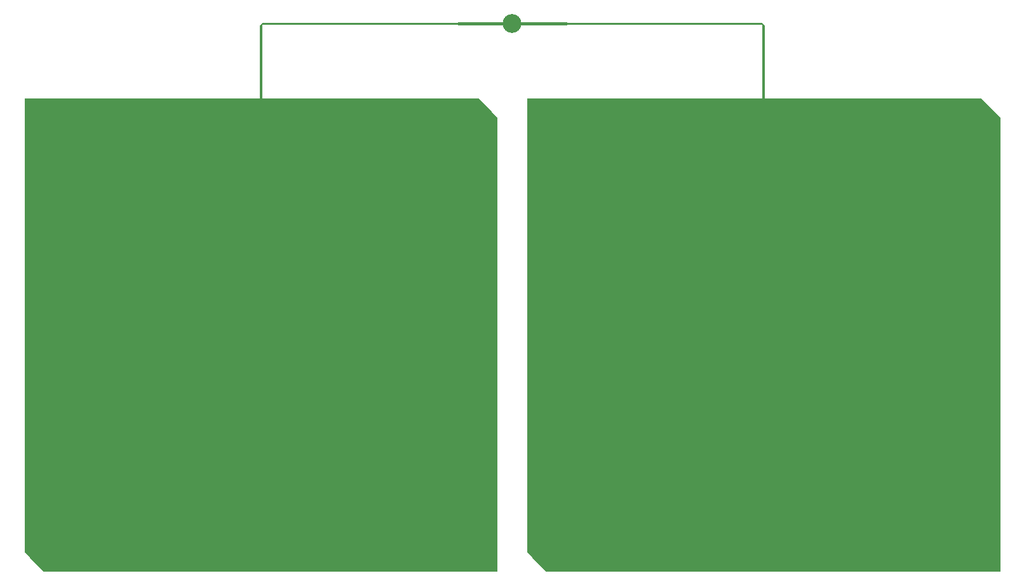
<source format=gtl>
G04 #@! TF.GenerationSoftware,KiCad,Pcbnew,no-vcs-found-7587~57~ubuntu14.04.1*
G04 #@! TF.CreationDate,2017-02-07T01:28:41+00:00*
G04 #@! TF.ProjectId,dart_gps,646172745F6770732E6B696361645F70,rev?*
G04 #@! TF.FileFunction,Copper,L1,Top,Signal*
G04 #@! TF.FilePolarity,Positive*
%FSLAX46Y46*%
G04 Gerber Fmt 4.6, Leading zero omitted, Abs format (unit mm)*
G04 Created by KiCad (PCBNEW no-vcs-found-7587~57~ubuntu14.04.1) date Tue Feb  7 01:28:41 2017*
%MOMM*%
%LPD*%
G01*
G04 APERTURE LIST*
%ADD10C,0.100000*%
%ADD11C,2.500000*%
%ADD12C,0.050000*%
G04 APERTURE END LIST*
D10*
D11*
X87000000Y-178000000D03*
D12*
G36*
X87475000Y-177776000D02*
X87475480Y-177780877D01*
X87476903Y-177785567D01*
X87479213Y-177789889D01*
X87482322Y-177793678D01*
X87486111Y-177796787D01*
X87490433Y-177799097D01*
X87495123Y-177800520D01*
X87500000Y-177801000D01*
X94235000Y-177801000D01*
X94235000Y-177862500D01*
X94235480Y-177867377D01*
X94236903Y-177872067D01*
X94239213Y-177876389D01*
X94242322Y-177880178D01*
X94246111Y-177883287D01*
X94250433Y-177885597D01*
X94255123Y-177887020D01*
X94260000Y-177887500D01*
X120262244Y-177887500D01*
X120612500Y-178237756D01*
X120612500Y-188000000D01*
X120612980Y-188004877D01*
X120614403Y-188009567D01*
X120616713Y-188013889D01*
X120619822Y-188017678D01*
X120623611Y-188020787D01*
X120627933Y-188023097D01*
X120632623Y-188024520D01*
X120637500Y-188025000D01*
X149489644Y-188025000D01*
X151975000Y-190510356D01*
X151975000Y-250975000D01*
X91510356Y-250975000D01*
X89025000Y-248489644D01*
X89025000Y-188025000D01*
X120362500Y-188025000D01*
X120367377Y-188024520D01*
X120372067Y-188023097D01*
X120376389Y-188020787D01*
X120380178Y-188017678D01*
X120383287Y-188013889D01*
X120385597Y-188009567D01*
X120387020Y-188004877D01*
X120387500Y-188000000D01*
X120387500Y-178137500D01*
X120387020Y-178132623D01*
X120385597Y-178127933D01*
X120383287Y-178123611D01*
X120380178Y-178119822D01*
X120376389Y-178116713D01*
X120372067Y-178114403D01*
X120367377Y-178112980D01*
X120362500Y-178112500D01*
X94260000Y-178112500D01*
X94255123Y-178112980D01*
X94250433Y-178114403D01*
X94246111Y-178116713D01*
X94242322Y-178119822D01*
X94239213Y-178123611D01*
X94236903Y-178127933D01*
X94235480Y-178132623D01*
X94235000Y-178137500D01*
X94235000Y-178199000D01*
X87500000Y-178199000D01*
X87495123Y-178199480D01*
X87490433Y-178200903D01*
X87486111Y-178203213D01*
X87482322Y-178206322D01*
X87479213Y-178210111D01*
X87476903Y-178214433D01*
X87475480Y-178219123D01*
X87475000Y-178224000D01*
X87475000Y-178475000D01*
X86525000Y-178475000D01*
X86525000Y-178224000D01*
X86524520Y-178219123D01*
X86523097Y-178214433D01*
X86520787Y-178210111D01*
X86517678Y-178206322D01*
X86513889Y-178203213D01*
X86509567Y-178200903D01*
X86504877Y-178199480D01*
X86500000Y-178199000D01*
X79765000Y-178199000D01*
X79765000Y-178137500D01*
X79764520Y-178132623D01*
X79763097Y-178127933D01*
X79760787Y-178123611D01*
X79757678Y-178119822D01*
X79753889Y-178116713D01*
X79749567Y-178114403D01*
X79744877Y-178112980D01*
X79740000Y-178112500D01*
X53637500Y-178112500D01*
X53632623Y-178112980D01*
X53627933Y-178114403D01*
X53623611Y-178116713D01*
X53619822Y-178119822D01*
X53616713Y-178123611D01*
X53614403Y-178127933D01*
X53612980Y-178132623D01*
X53612500Y-178137500D01*
X53612500Y-188000000D01*
X53612980Y-188004877D01*
X53614403Y-188009567D01*
X53616713Y-188013889D01*
X53619822Y-188017678D01*
X53623611Y-188020787D01*
X53627933Y-188023097D01*
X53632623Y-188024520D01*
X53637500Y-188025000D01*
X82489644Y-188025000D01*
X84975000Y-190510356D01*
X84975000Y-250975000D01*
X24510356Y-250975000D01*
X22025000Y-248489644D01*
X22025000Y-188025000D01*
X53362500Y-188025000D01*
X53367377Y-188024520D01*
X53372067Y-188023097D01*
X53376389Y-188020787D01*
X53380178Y-188017678D01*
X53383287Y-188013889D01*
X53385597Y-188009567D01*
X53387020Y-188004877D01*
X53387500Y-188000000D01*
X53387500Y-178237756D01*
X53737756Y-177887500D01*
X79740000Y-177887500D01*
X79744877Y-177887020D01*
X79749567Y-177885597D01*
X79753889Y-177883287D01*
X79757678Y-177880178D01*
X79760787Y-177876389D01*
X79763097Y-177872067D01*
X79764520Y-177867377D01*
X79765000Y-177862500D01*
X79765000Y-177801000D01*
X86500000Y-177801000D01*
X86504877Y-177800520D01*
X86509567Y-177799097D01*
X86513889Y-177796787D01*
X86517678Y-177793678D01*
X86520787Y-177789889D01*
X86523097Y-177785567D01*
X86524520Y-177780877D01*
X86525000Y-177776000D01*
X86525000Y-177525000D01*
X87475000Y-177525000D01*
X87475000Y-177776000D01*
X87475000Y-177776000D01*
G37*
X87475000Y-177776000D02*
X87475480Y-177780877D01*
X87476903Y-177785567D01*
X87479213Y-177789889D01*
X87482322Y-177793678D01*
X87486111Y-177796787D01*
X87490433Y-177799097D01*
X87495123Y-177800520D01*
X87500000Y-177801000D01*
X94235000Y-177801000D01*
X94235000Y-177862500D01*
X94235480Y-177867377D01*
X94236903Y-177872067D01*
X94239213Y-177876389D01*
X94242322Y-177880178D01*
X94246111Y-177883287D01*
X94250433Y-177885597D01*
X94255123Y-177887020D01*
X94260000Y-177887500D01*
X120262244Y-177887500D01*
X120612500Y-178237756D01*
X120612500Y-188000000D01*
X120612980Y-188004877D01*
X120614403Y-188009567D01*
X120616713Y-188013889D01*
X120619822Y-188017678D01*
X120623611Y-188020787D01*
X120627933Y-188023097D01*
X120632623Y-188024520D01*
X120637500Y-188025000D01*
X149489644Y-188025000D01*
X151975000Y-190510356D01*
X151975000Y-250975000D01*
X91510356Y-250975000D01*
X89025000Y-248489644D01*
X89025000Y-188025000D01*
X120362500Y-188025000D01*
X120367377Y-188024520D01*
X120372067Y-188023097D01*
X120376389Y-188020787D01*
X120380178Y-188017678D01*
X120383287Y-188013889D01*
X120385597Y-188009567D01*
X120387020Y-188004877D01*
X120387500Y-188000000D01*
X120387500Y-178137500D01*
X120387020Y-178132623D01*
X120385597Y-178127933D01*
X120383287Y-178123611D01*
X120380178Y-178119822D01*
X120376389Y-178116713D01*
X120372067Y-178114403D01*
X120367377Y-178112980D01*
X120362500Y-178112500D01*
X94260000Y-178112500D01*
X94255123Y-178112980D01*
X94250433Y-178114403D01*
X94246111Y-178116713D01*
X94242322Y-178119822D01*
X94239213Y-178123611D01*
X94236903Y-178127933D01*
X94235480Y-178132623D01*
X94235000Y-178137500D01*
X94235000Y-178199000D01*
X87500000Y-178199000D01*
X87495123Y-178199480D01*
X87490433Y-178200903D01*
X87486111Y-178203213D01*
X87482322Y-178206322D01*
X87479213Y-178210111D01*
X87476903Y-178214433D01*
X87475480Y-178219123D01*
X87475000Y-178224000D01*
X87475000Y-178475000D01*
X86525000Y-178475000D01*
X86525000Y-178224000D01*
X86524520Y-178219123D01*
X86523097Y-178214433D01*
X86520787Y-178210111D01*
X86517678Y-178206322D01*
X86513889Y-178203213D01*
X86509567Y-178200903D01*
X86504877Y-178199480D01*
X86500000Y-178199000D01*
X79765000Y-178199000D01*
X79765000Y-178137500D01*
X79764520Y-178132623D01*
X79763097Y-178127933D01*
X79760787Y-178123611D01*
X79757678Y-178119822D01*
X79753889Y-178116713D01*
X79749567Y-178114403D01*
X79744877Y-178112980D01*
X79740000Y-178112500D01*
X53637500Y-178112500D01*
X53632623Y-178112980D01*
X53627933Y-178114403D01*
X53623611Y-178116713D01*
X53619822Y-178119822D01*
X53616713Y-178123611D01*
X53614403Y-178127933D01*
X53612980Y-178132623D01*
X53612500Y-178137500D01*
X53612500Y-188000000D01*
X53612980Y-188004877D01*
X53614403Y-188009567D01*
X53616713Y-188013889D01*
X53619822Y-188017678D01*
X53623611Y-188020787D01*
X53627933Y-188023097D01*
X53632623Y-188024520D01*
X53637500Y-188025000D01*
X82489644Y-188025000D01*
X84975000Y-190510356D01*
X84975000Y-250975000D01*
X24510356Y-250975000D01*
X22025000Y-248489644D01*
X22025000Y-188025000D01*
X53362500Y-188025000D01*
X53367377Y-188024520D01*
X53372067Y-188023097D01*
X53376389Y-188020787D01*
X53380178Y-188017678D01*
X53383287Y-188013889D01*
X53385597Y-188009567D01*
X53387020Y-188004877D01*
X53387500Y-188000000D01*
X53387500Y-178237756D01*
X53737756Y-177887500D01*
X79740000Y-177887500D01*
X79744877Y-177887020D01*
X79749567Y-177885597D01*
X79753889Y-177883287D01*
X79757678Y-177880178D01*
X79760787Y-177876389D01*
X79763097Y-177872067D01*
X79764520Y-177867377D01*
X79765000Y-177862500D01*
X79765000Y-177801000D01*
X86500000Y-177801000D01*
X86504877Y-177800520D01*
X86509567Y-177799097D01*
X86513889Y-177796787D01*
X86517678Y-177793678D01*
X86520787Y-177789889D01*
X86523097Y-177785567D01*
X86524520Y-177780877D01*
X86525000Y-177776000D01*
X86525000Y-177525000D01*
X87475000Y-177525000D01*
X87475000Y-177776000D01*
M02*

</source>
